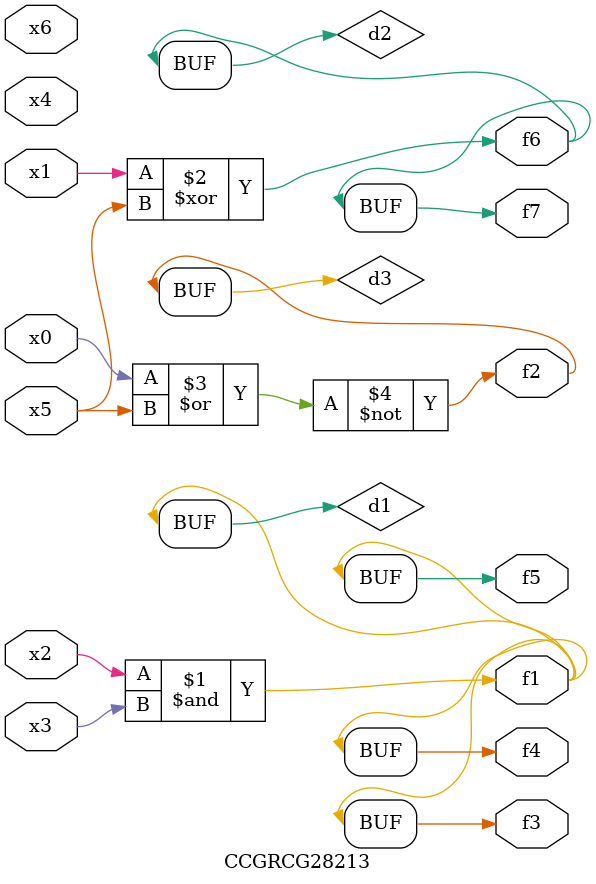
<source format=v>
module CCGRCG28213(
	input x0, x1, x2, x3, x4, x5, x6,
	output f1, f2, f3, f4, f5, f6, f7
);

	wire d1, d2, d3;

	and (d1, x2, x3);
	xor (d2, x1, x5);
	nor (d3, x0, x5);
	assign f1 = d1;
	assign f2 = d3;
	assign f3 = d1;
	assign f4 = d1;
	assign f5 = d1;
	assign f6 = d2;
	assign f7 = d2;
endmodule

</source>
